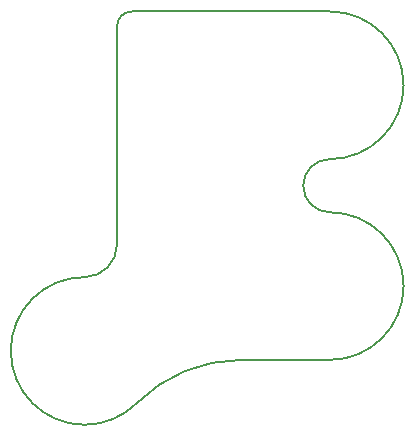
<source format=gm1>
G04 #@! TF.GenerationSoftware,KiCad,Pcbnew,(2016-12-15 revision b13c7e4)-master*
G04 #@! TF.CreationDate,2017-01-30T13:25:33-07:00*
G04 #@! TF.ProjectId,carriage_connector,63617272696167655F636F6E6E656374,0.5*
G04 #@! TF.FileFunction,Profile,NP*
%FSLAX46Y46*%
G04 Gerber Fmt 4.6, Leading zero omitted, Abs format (unit mm)*
G04 Created by KiCad (PCBNEW (2016-12-15 revision b13c7e4)-master) date Mon Jan 30 13:25:33 2017*
%MOMM*%
%LPD*%
G01*
G04 APERTURE LIST*
%ADD10C,0.100000*%
%ADD11C,0.150000*%
G04 APERTURE END LIST*
D10*
D11*
X156000000Y-89750000D02*
X139250000Y-89750000D01*
X139241748Y-89750000D02*
G75*
G03X137991748Y-91000000I0J-1250000D01*
G01*
X137991748Y-109500000D02*
X137991748Y-91000000D01*
X135241748Y-112241748D02*
G75*
G03X137991748Y-109491748I0J2750000D01*
G01*
X139661165Y-122911165D02*
G75*
G02X135241748Y-124741748I-4419417J4419417D01*
G01*
X139661165Y-122911165D02*
G75*
G02X148500000Y-119250000I8838835J-8838835D01*
G01*
X156000000Y-119250000D02*
X148500000Y-119250000D01*
X128991748Y-118491748D02*
G75*
G03X135241748Y-124741748I6250000J0D01*
G01*
X135241748Y-112241748D02*
G75*
G03X128991748Y-118491748I0J-6250000D01*
G01*
X162250000Y-96000000D02*
G75*
G03X156000000Y-89750000I-6250000J0D01*
G01*
X153750000Y-104500000D02*
G75*
G03X156000000Y-106750000I2250000J0D01*
G01*
X156000000Y-102250000D02*
G75*
G03X153750000Y-104500000I0J-2250000D01*
G01*
X156000000Y-102250000D02*
G75*
G03X162250000Y-96000000I0J6250000D01*
G01*
X162250000Y-113000000D02*
G75*
G03X156000000Y-106750000I-6250000J0D01*
G01*
X156000000Y-119250000D02*
G75*
G03X162250000Y-113000000I0J6250000D01*
G01*
M02*

</source>
